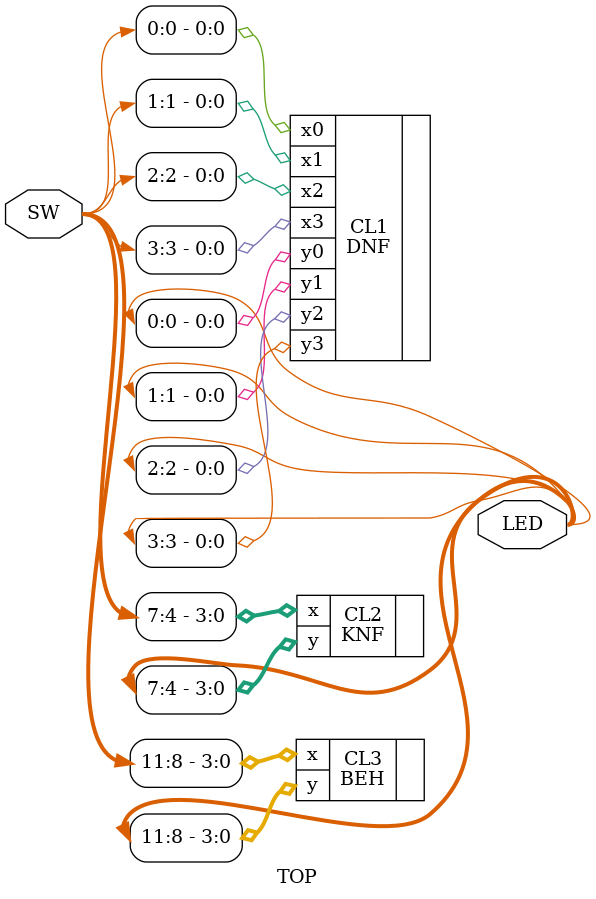
<source format=v>
`timescale 1ns / 1ps
module TOP(
    input [11:0] SW,
    output [11:0] LED
    );

DNF CL1(
	.x3(SW[3]),
	.x2(SW[2]),
	.x1(SW[1]),
	.x0(SW[0]),
	.y3(LED[3]),
	.y2(LED[2]),
	.y1(LED[1]),
	.y0(LED[0])
	);
KNF CL2(
	.x(SW[7:4]),
	.y(LED[7:4])
	);
BEH CL3(
	.x(SW[11:8]),
	.y(LED[11:8])
	);
endmodule

</source>
